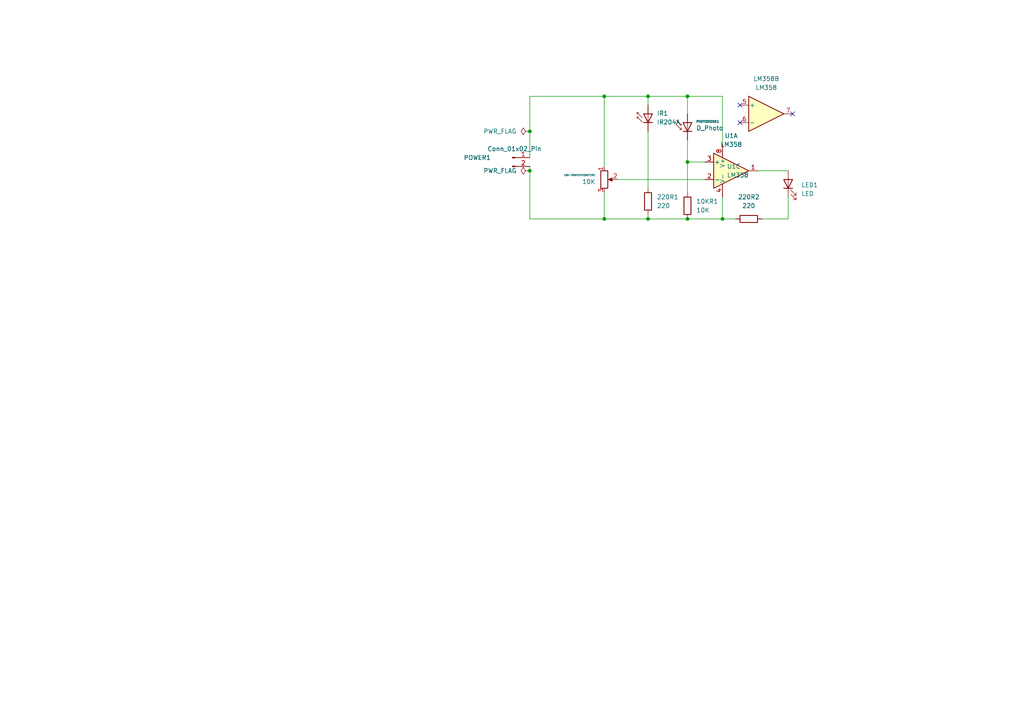
<source format=kicad_sch>
(kicad_sch (version 20231120) (generator "eeschema") (generator_version "8.0")
  (paper "A4")
  (lib_symbols
    (symbol "Amplifier_Operational:LM358" (pin_names (offset 0.127))
      (property "Reference" "U" (at 0 5.08 0))
      (property "Value" "LM358" (at 0 -5.08 0))
      (symbol "LM358_1_1"
        (polyline (pts (xy -5.08 5.08) (xy 5.08 0) (xy -5.08 -5.08) (xy -5.08 5.08)) (stroke (width 0.254)) (fill (type background)))
        (pin output line (at 7.62 0 180) (length 2.54) (name "~") (number "1"))
        (pin input line (at -7.62 -2.54 0) (length 2.54) (name "-") (number "2"))
        (pin input line (at -7.62 2.54 0) (length 2.54) (name "+") (number "3"))
      )
      (symbol "LM358_2_1"
        (polyline (pts (xy -5.08 5.08) (xy 5.08 0) (xy -5.08 -5.08) (xy -5.08 5.08)) (stroke (width 0.254)) (fill (type background)))
        (pin input line (at -7.62 2.54 0) (length 2.54) (name "+") (number "5"))
        (pin input line (at -7.62 -2.54 0) (length 2.54) (name "-") (number "6"))
        (pin output line (at 7.62 0 180) (length 2.54) (name "~") (number "7"))
      )
      (symbol "LM358_3_1"
        (pin power_in line (at -2.54 -7.62 90) (length 3.81) (name "V-") (number "4"))
        (pin power_in line (at -2.54 7.62 270) (length 3.81) (name "V+") (number "8"))
      )
    )
    (symbol "Connector:Conn_01x02_Pin" (pin_names (offset 1.016) hide)
      (property "Reference" "J" (at 0 2.54 0))
      (property "Value" "Conn_01x02_Pin" (at 0 -5.08 0))
      (symbol "Conn_01x02_Pin_1_1"
        (polyline (pts (xy 1.27 -2.54) (xy 0.8636 -2.54)) (stroke (width 0.1524)))
        (polyline (pts (xy 1.27 0) (xy 0.8636 0)) (stroke (width 0.1524)))
        (rectangle (start 0.8636 -2.413) (end 0 -2.667) (stroke (width 0.1524)) (fill (type outline)))
        (rectangle (start 0.8636 0.127) (end 0 -0.127) (stroke (width 0.1524)) (fill (type outline)))
        (pin passive line (at 5.08 0 180) (length 3.81) (name "Pin_1") (number "1"))
        (pin passive line (at 5.08 -2.54 180) (length 3.81) (name "Pin_2") (number "2"))
      )
    )
    (symbol "Device:D_Photo" (pin_numbers hide) (pin_names hide)
      (property "Reference" "D" (at 0.508 1.778 0))
      (property "Value" "D_Photo" (at -1.016 -2.794 0))
      (symbol "D_Photo_0_1"
        (polyline (pts (xy -2.54 1.27) (xy -2.54 -1.27)) (stroke (width 0.254)))
        (polyline (pts (xy -2.032 1.778) (xy -1.524 1.778)))
        (polyline (pts (xy 0 0) (xy -2.54 0)))
        (polyline (pts (xy -0.508 3.302) (xy -2.032 1.778) (xy -2.032 2.286)))
        (polyline (pts (xy 0 -1.27) (xy 0 1.27) (xy -2.54 0) (xy 0 -1.27)) (stroke (width 0.254)))
        (polyline (pts (xy 0.762 3.302) (xy -0.762 1.778) (xy -0.762 2.286) (xy -0.762 1.778) (xy -0.254 1.778)))
      )
      (symbol "D_Photo_1_1"
        (pin passive line (at -5.08 0 0) (length 2.54) (name "K") (number "1"))
        (pin passive line (at 2.54 0 180) (length 2.54) (name "A") (number "2"))
      )
    )
    (symbol "Device:LED" (pin_numbers hide) (pin_names (offset 1.016) hide)
      (property "Reference" "D" (at 0 2.54 0))
      (property "Value" "LED" (at 0 -2.54 0))
      (symbol "LED_0_1"
        (polyline (pts (xy -1.27 -1.27) (xy -1.27 1.27)) (stroke (width 0.254)))
        (polyline (pts (xy -1.27 0) (xy 1.27 0)))
        (polyline (pts (xy 1.27 -1.27) (xy 1.27 1.27) (xy -1.27 0) (xy 1.27 -1.27)) (stroke (width 0.254)))
        (polyline (pts (xy -3.048 -0.762) (xy -4.572 -2.286) (xy -3.81 -2.286) (xy -4.572 -2.286) (xy -4.572 -1.524)))
        (polyline (pts (xy -1.778 -0.762) (xy -3.302 -2.286) (xy -2.54 -2.286) (xy -3.302 -2.286) (xy -3.302 -1.524)))
      )
      (symbol "LED_1_1"
        (pin passive line (at -3.81 0 0) (length 2.54) (name "K") (number "1"))
        (pin passive line (at 3.81 0 180) (length 2.54) (name "A") (number "2"))
      )
    )
    (symbol "Device:R" (pin_numbers hide) (pin_names (offset 0))
      (property "Reference" "R" (at 2.032 0 90))
      (property "Value" "R" (at 0 0 90))
      (symbol "R_0_1"
        (rectangle (start -1.016 -2.54) (end 1.016 2.54) (stroke (width 0.254)))
      )
      (symbol "R_1_1"
        (pin passive line (at 0 3.81 270) (length 1.27) (name "~") (number "1"))
        (pin passive line (at 0 -3.81 90) (length 1.27) (name "~") (number "2"))
      )
    )
    (symbol "Device:R_Potentiometer" (pin_names (offset 1.016) hide)
      (property "Reference" "RV" (at -4.445 0 90))
      (property "Value" "R_Potentiometer" (at -2.54 0 90))
      (symbol "R_Potentiometer_0_1"
        (polyline (pts (xy 2.54 0) (xy 1.524 0)))
        (polyline (pts (xy 1.143 0) (xy 2.286 0.508) (xy 2.286 -0.508) (xy 1.143 0)) (fill (type outline)))
        (rectangle (start 1.016 2.54) (end -1.016 -2.54) (stroke (width 0.254)))
      )
      (symbol "R_Potentiometer_1_1"
        (pin passive line (at 0 3.81 270) (length 1.27) (name "1") (number "1"))
        (pin passive line (at 3.81 0 180) (length 1.27) (name "2") (number "2"))
        (pin passive line (at 0 -3.81 90) (length 1.27) (name "3") (number "3"))
      )
    )
    (symbol "LED:IR204A" (pin_numbers hide) (pin_names (offset 1.016) hide)
      (property "Reference" "D" (at 0.508 1.778 0))
      (property "Value" "IR204A" (at -1.016 -2.794 0))
      (symbol "IR204A_0_1"
        (polyline (pts (xy -2.54 1.27) (xy -2.54 -1.27)) (stroke (width 0.254)))
        (polyline (pts (xy 0 0) (xy -2.54 0)))
        (polyline (pts (xy 0.381 3.175) (xy -0.127 3.175)))
        (polyline (pts (xy -1.143 1.651) (xy 0.381 3.175) (xy 0.381 2.667)))
        (polyline (pts (xy 0 1.27) (xy -2.54 0) (xy 0 -1.27) (xy 0 1.27)) (stroke (width 0.254)))
        (polyline (pts (xy -2.413 1.651) (xy -0.889 3.175) (xy -0.889 2.667) (xy -0.889 3.175) (xy -1.397 3.175)))
      )
      (symbol "IR204A_1_1"
        (pin passive line (at -5.08 0 0) (length 2.54) (name "K") (number "1"))
        (pin passive line (at 2.54 0 180) (length 2.54) (name "A") (number "2"))
      )
    )
    (symbol "power:PWR_FLAG" (power) (pin_numbers hide) (pin_names (offset 0) hide)
      (property "Value" "PWR_FLAG" (at 0 3.81 0))
      (symbol "PWR_FLAG_0_0"
        (pin power_out line (at 0 0 90) (length 0) (name "~") (number "1"))
      )
      (symbol "PWR_FLAG_0_1"
        (polyline (pts (xy 0 0) (xy 0 1.27) (xy -1.016 1.905) (xy 0 2.54) (xy 1.016 1.905) (xy 0 1.27)))
      )
    )
  )
  (junction (at 187.96 63.5))
  (junction (at 209.55 63.5))
  (junction (at 187.96 27.94))
  (junction (at 199.39 63.5))
  (junction (at 153.67 38.1))
  (junction (at 199.39 46.99))
  (junction (at 175.26 27.94))
  (junction (at 199.39 27.94))
  (junction (at 175.26 63.5))
  (junction (at 153.67 49.53))
  (no_connect (at 229.87 33.02))
  (no_connect (at 214.63 35.56))
  (no_connect (at 214.63 30.48))
  (wire (pts (xy 187.96 62.23) (xy 187.96 63.5)))
  (wire (pts (xy 209.55 57.15) (xy 209.55 63.5)))
  (wire (pts (xy 175.26 27.94) (xy 187.96 27.94)))
  (wire (pts (xy 187.96 27.94) (xy 187.96 30.48)))
  (wire (pts (xy 187.96 63.5) (xy 199.39 63.5)))
  (wire (pts (xy 199.39 46.99) (xy 204.47 46.99)))
  (wire (pts (xy 209.55 41.91) (xy 209.55 27.94)))
  (wire (pts (xy 199.39 27.94) (xy 199.39 33.02)))
  (wire (pts (xy 153.67 63.5) (xy 175.26 63.5)))
  (wire (pts (xy 179.07 52.07) (xy 204.47 52.07)))
  (wire (pts (xy 153.67 48.26) (xy 153.67 49.53)))
  (wire (pts (xy 228.6 57.15) (xy 228.6 63.5)))
  (wire (pts (xy 199.39 46.99) (xy 199.39 55.88)))
  (wire (pts (xy 220.98 63.5) (xy 228.6 63.5)))
  (wire (pts (xy 175.26 63.5) (xy 187.96 63.5)))
  (wire (pts (xy 153.67 38.1) (xy 153.67 45.72)))
  (wire (pts (xy 187.96 27.94) (xy 199.39 27.94)))
  (wire (pts (xy 209.55 63.5) (xy 213.36 63.5)))
  (wire (pts (xy 199.39 63.5) (xy 209.55 63.5)))
  (wire (pts (xy 153.67 27.94) (xy 153.67 38.1)))
  (wire (pts (xy 199.39 27.94) (xy 209.55 27.94)))
  (wire (pts (xy 187.96 38.1) (xy 187.96 54.61)))
  (wire (pts (xy 153.67 27.94) (xy 175.26 27.94)))
  (wire (pts (xy 153.67 49.53) (xy 153.67 63.5)))
  (wire (pts (xy 175.26 55.88) (xy 175.26 63.5)))
  (wire (pts (xy 199.39 40.64) (xy 199.39 46.99)))
  (wire (pts (xy 175.26 27.94) (xy 175.26 48.26)))
  (wire (pts (xy 219.71 49.53) (xy 228.6 49.53)))
  (symbol (lib_id "Device:D_Photo") (at 199.39 35.56 90) (unit 1)
    (property "Reference" "PHOTODIODE1" (at 201.93 35.2425 90) (effects (font (size 0.635 0.635)) (justify right)))
    (property "Value" "D_Photo" (at 201.93 37.1474 90) (effects (justify right)))
    (property "Footprint" "LED_THT:LED_D3.0mm_IRBlack" (effects (hide yes)))
    (property "Description" "Photodiode" (effects (hide yes)))
  )
  (symbol (lib_id "Amplifier_Operational:LM358") (at 212.09 49.53 0) (unit 3)
    (property "Reference" "U1" (at 210.82 48.2599 0) (effects (justify left)))
    (property "Value" "LM358" (at 210.82 50.7999 0) (effects (justify left)))
    (property "Footprint" "Package_DIP:DIP-8_W7.62mm" (effects (hide yes)))
    (property "Datasheet" "http://www.ti.com/lit/ds/symlink/lm2904-n.pdf" (effects (hide yes)))
    (property "Description" "Low-Power, Dual Operational Amplifiers, DIP-8/SOIC-8/TO-99-8" (effects (hide yes)))
  )
  (symbol (lib_id "power:PWR_FLAG") (at 153.67 38.1 90) (unit 1)
    (property "Reference" "#FLG01" (effects (hide yes)))
    (property "Value" "PWR_FLAG" (at 149.86 38.0999 90) (effects (justify left)))
    (property "Description" "Special symbol for telling ERC where power comes from" (effects (hide yes)))
  )
  (symbol (lib_id "Device:R") (at 217.17 63.5 90) (unit 1)
    (property "Reference" "220R2" (at 217.17 57.15 90))
    (property "Value" "220" (at 217.17 59.69 90))
    (property "Footprint" "Resistor_THT:R_Axial_DIN0207_L6.3mm_D2.5mm_P10.16mm_Horizontal" (effects (hide yes)))
    (property "Description" "Resistor" (effects (hide yes)))
  )
  (symbol (lib_id "Connector:Conn_01x02_Pin") (at 148.59 45.72 0) (unit 1)
    (property "Reference" "POWER1" (at 138.43 45.72 0))
    (property "Value" "Conn_01x02_Pin" (at 149.225 43.18 0))
    (property "Footprint" "Connector_PinHeader_2.54mm:PinHeader_1x02_P2.54mm_Vertical" (effects (hide yes)))
    (property "Description" "Generic connector, single row, 01x02, script generated" (effects (hide yes)))
  )
  (symbol (lib_id "Device:LED") (at 228.6 53.34 90) (unit 1)
    (property "Reference" "LED1" (at 232.41 53.6574 90) (effects (justify right)))
    (property "Value" "LED" (at 232.41 56.1974 90) (effects (justify right)))
    (property "Footprint" "LED_THT:LED_D3.0mm_IRBlack" (effects (hide yes)))
    (property "Description" "Light emitting diode" (effects (hide yes)))
  )
  (symbol (lib_id "power:PWR_FLAG") (at 153.67 49.53 90) (unit 1)
    (property "Reference" "#FLG02" (effects (hide yes)))
    (property "Value" "PWR_FLAG" (at 149.86 49.5299 90) (effects (justify left)))
    (property "Description" "Special symbol for telling ERC where power comes from" (effects (hide yes)))
  )
  (symbol (lib_id "Amplifier_Operational:LM358") (at 222.25 33.02 0) (unit 2) (exclude_from_sim yes)
    (property "Reference" "LM358" (at 222.25 22.86 0))
    (property "Value" "LM358" (at 222.25 25.4 0))
    (property "Footprint" "Package_DIP:DIP-8_W7.62mm" (effects (hide yes)))
    (property "Datasheet" "http://www.ti.com/lit/ds/symlink/lm2904-n.pdf" (effects (hide yes)))
    (property "Description" "Low-Power, Dual Operational Amplifiers, DIP-8/SOIC-8/TO-99-8" (effects (hide yes)))
  )
  (symbol (lib_id "Device:R") (at 187.96 58.42 0) (unit 1)
    (property "Reference" "220R1" (at 190.5 57.1499 0) (effects (justify left)))
    (property "Value" "220" (at 190.5 59.69 0) (effects (justify left)))
    (property "Footprint" "Resistor_THT:R_Axial_DIN0207_L6.3mm_D2.5mm_P10.16mm_Horizontal" (effects (hide yes)))
    (property "Description" "Resistor" (effects (hide yes)))
  )
  (symbol (lib_id "Device:R_Potentiometer") (at 175.26 52.07 0) (unit 1)
    (property "Reference" "10K-PONTENTIOMETER1" (at 172.72 50.8 0) (effects (font (size 0.508 0.508)) (justify right)))
    (property "Value" "10K" (at 172.72 52.7049 0) (effects (justify right)))
    (property "Footprint" "Potentiometer_THT:Potentiometer_ACP_CA6-H2,5_Horizontal" (effects (hide yes)))
    (property "Description" "Potentiometer" (effects (hide yes)))
  )
  (symbol (lib_id "Amplifier_Operational:LM358") (at 212.09 49.53 0) (unit 1)
    (property "Reference" "U1" (at 212.09 39.37 0))
    (property "Value" "LM358" (at 212.09 41.91 0))
    (property "Footprint" "Package_DIP:DIP-8_W7.62mm" (effects (hide yes)))
    (property "Datasheet" "http://www.ti.com/lit/ds/symlink/lm2904-n.pdf" (effects (hide yes)))
    (property "Description" "Low-Power, Dual Operational Amplifiers, DIP-8/SOIC-8/TO-99-8" (effects (hide yes)))
  )
  (symbol (lib_id "LED:IR204A") (at 187.96 33.02 90) (unit 1)
    (property "Reference" "IR1" (at 190.5 32.8929 90) (effects (justify right)))
    (property "Value" "IR204A" (at 190.5 35.4329 90) (effects (justify right)))
    (property "Footprint" "LED_THT:LED_D3.0mm_IRBlack" (effects (hide yes)))
    (property "Datasheet" "http://www.everlight.com/file/ProductFile/IR204-A.pdf" (effects (hide yes)))
    (property "Description" "Infrared LED , 3mm LED package" (effects (hide yes)))
  )
  (symbol (lib_id "Device:R") (at 199.39 59.69 0) (unit 1)
    (property "Reference" "10KR1" (at 201.93 58.4199 0) (effects (justify left)))
    (property "Value" "10K" (at 201.93 60.9599 0) (effects (justify left)))
    (property "Footprint" "Resistor_THT:R_Axial_DIN0207_L6.3mm_D2.5mm_P10.16mm_Horizontal" (effects (hide yes)))
    (property "Description" "Resistor" (effects (hide yes)))
  )
)
</source>
